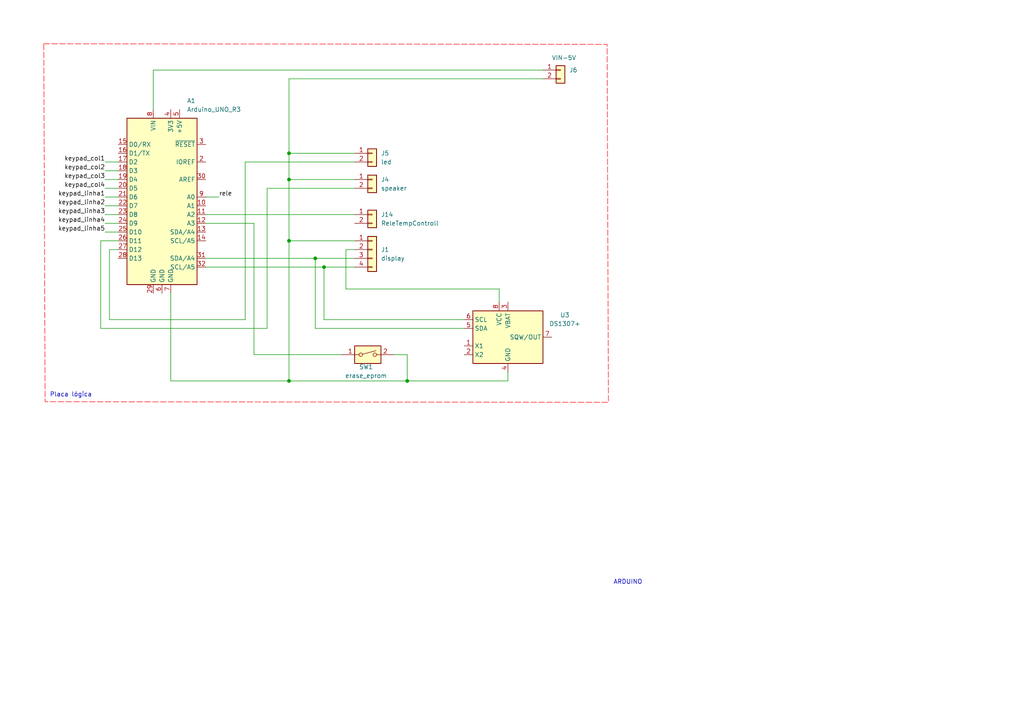
<source format=kicad_sch>
(kicad_sch (version 20250114) (generator "eeschema") (generator_version "9.0")
  (paper "A4")
  (lib_symbols
    (symbol "Connector_Generic:Conn_01x02" (pin_names (offset 1.016) (hide yes))
      (property "Reference" "J" (at 0 2.54 0))
      (property "Value" "Conn_01x02" (at 0 -5.08 0))
      (symbol "Conn_01x02_1_1"
        (rectangle (start -1.27 1.27) (end 1.27 -3.81) (stroke (width 0.254)) (fill (type background)))
        (rectangle (start -1.27 0.127) (end 0 -0.127) (stroke (width 0.1524)))
        (rectangle (start -1.27 -2.413) (end 0 -2.667) (stroke (width 0.1524)))
        (pin passive line (at -5.08 0 0) (length 3.81) (name "Pin_1") (number "1"))
        (pin passive line (at -5.08 -2.54 0) (length 3.81) (name "Pin_2") (number "2"))
      )
    )
    (symbol "Connector_Generic:Conn_01x04" (pin_names (offset 1.016) (hide yes))
      (property "Reference" "J" (at 0 5.08 0))
      (property "Value" "Conn_01x04" (at 0 -7.62 0))
      (symbol "Conn_01x04_1_1"
        (rectangle (start -1.27 3.81) (end 1.27 -6.35) (stroke (width 0.254)) (fill (type background)))
        (rectangle (start -1.27 2.667) (end 0 2.413) (stroke (width 0.1524)))
        (rectangle (start -1.27 0.127) (end 0 -0.127) (stroke (width 0.1524)))
        (rectangle (start -1.27 -2.413) (end 0 -2.667) (stroke (width 0.1524)))
        (rectangle (start -1.27 -4.953) (end 0 -5.207) (stroke (width 0.1524)))
        (pin passive line (at -5.08 2.54 0) (length 3.81) (name "Pin_1") (number "1"))
        (pin passive line (at -5.08 0 0) (length 3.81) (name "Pin_2") (number "2"))
        (pin passive line (at -5.08 -2.54 0) (length 3.81) (name "Pin_3") (number "3"))
        (pin passive line (at -5.08 -5.08 0) (length 3.81) (name "Pin_4") (number "4"))
      )
    )
    (symbol "MCU_Module:Arduino_UNO_R3"
      (property "Reference" "A" (at -10.16 23.495 0))
      (property "Value" "Arduino_UNO_R3" (at 5.08 -26.67 0))
      (symbol "Arduino_UNO_R3_0_1"
        (rectangle (start -10.16 22.86) (end 10.16 -25.4) (stroke (width 0.254)) (fill (type background)))
      )
      (symbol "Arduino_UNO_R3_1_1"
        (pin bidirectional line (at -12.7 15.24 0) (length 2.54) (name "D0/RX") (number "15"))
        (pin bidirectional line (at -12.7 12.7 0) (length 2.54) (name "D1/TX") (number "16"))
        (pin bidirectional line (at -12.7 10.16 0) (length 2.54) (name "D2") (number "17"))
        (pin bidirectional line (at -12.7 7.62 0) (length 2.54) (name "D3") (number "18"))
        (pin bidirectional line (at -12.7 5.08 0) (length 2.54) (name "D4") (number "19"))
        (pin bidirectional line (at -12.7 2.54 0) (length 2.54) (name "D5") (number "20"))
        (pin bidirectional line (at -12.7 0 0) (length 2.54) (name "D6") (number "21"))
        (pin bidirectional line (at -12.7 -2.54 0) (length 2.54) (name "D7") (number "22"))
        (pin bidirectional line (at -12.7 -5.08 0) (length 2.54) (name "D8") (number "23"))
        (pin bidirectional line (at -12.7 -7.62 0) (length 2.54) (name "D9") (number "24"))
        (pin bidirectional line (at -12.7 -10.16 0) (length 2.54) (name "D10") (number "25"))
        (pin bidirectional line (at -12.7 -12.7 0) (length 2.54) (name "D11") (number "26"))
        (pin bidirectional line (at -12.7 -15.24 0) (length 2.54) (name "D12") (number "27"))
        (pin bidirectional line (at -12.7 -17.78 0) (length 2.54) (name "D13") (number "28"))
        (pin no_connect line (at -10.16 -20.32 0) (length 2.54) (hide yes) (name "NC") (number "1"))
        (pin power_in line (at -2.54 25.4 270) (length 2.54) (name "VIN") (number "8"))
        (pin power_in line (at -2.54 -27.94 90) (length 2.54) (name "GND") (number "29"))
        (pin power_in line (at 0 -27.94 90) (length 2.54) (name "GND") (number "6"))
        (pin power_out line (at 2.54 25.4 270) (length 2.54) (name "3V3") (number "4"))
        (pin power_in line (at 2.54 -27.94 90) (length 2.54) (name "GND") (number "7"))
        (pin power_out line (at 5.08 25.4 270) (length 2.54) (name "+5V") (number "5"))
        (pin input line (at 12.7 15.24 180) (length 2.54) (name "~{RESET}") (number "3"))
        (pin output line (at 12.7 10.16 180) (length 2.54) (name "IOREF") (number "2"))
        (pin input line (at 12.7 5.08 180) (length 2.54) (name "AREF") (number "30"))
        (pin bidirectional line (at 12.7 0 180) (length 2.54) (name "A0") (number "9"))
        (pin bidirectional line (at 12.7 -2.54 180) (length 2.54) (name "A1") (number "10"))
        (pin bidirectional line (at 12.7 -5.08 180) (length 2.54) (name "A2") (number "11"))
        (pin bidirectional line (at 12.7 -7.62 180) (length 2.54) (name "A3") (number "12"))
        (pin bidirectional line (at 12.7 -10.16 180) (length 2.54) (name "SDA/A4") (number "13"))
        (pin bidirectional line (at 12.7 -12.7 180) (length 2.54) (name "SCL/A5") (number "14"))
        (pin bidirectional line (at 12.7 -17.78 180) (length 2.54) (name "SDA/A4") (number "31"))
        (pin bidirectional line (at 12.7 -20.32 180) (length 2.54) (name "SCL/A5") (number "32"))
      )
    )
    (symbol "Switch:SW_DIP_x01" (pin_names (offset 0) (hide yes))
      (property "Reference" "SW" (at 0 3.81 0))
      (property "Value" "SW_DIP_x01" (at 0 -3.81 0))
      (symbol "SW_DIP_x01_0_0"
        (circle (center -2.032 0) (radius 0.508))
        (polyline (pts (xy -1.524 0.127) (xy 2.3622 1.1684)))
        (circle (center 2.032 0) (radius 0.508))
      )
      (symbol "SW_DIP_x01_0_1"
        (rectangle (start -3.81 2.54) (end 3.81 -2.54) (stroke (width 0.254)) (fill (type background)))
      )
      (symbol "SW_DIP_x01_1_1"
        (pin passive line (at -7.62 0 0) (length 5.08) (name "~") (number "1"))
        (pin passive line (at 7.62 0 180) (length 5.08) (name "~") (number "2"))
      )
    )
    (symbol "Timer_RTC:DS1307+"
      (property "Reference" "U" (at -8.89 8.89 0))
      (property "Value" "DS1307+" (at 1.27 8.89 0))
      (symbol "DS1307+_0_1"
        (rectangle (start -10.16 7.62) (end 10.16 -7.62) (stroke (width 0.254)) (fill (type background)))
      )
      (symbol "DS1307+_1_1"
        (pin input line (at -12.7 5.08 0) (length 2.54) (name "SCL") (number "6"))
        (pin bidirectional line (at -12.7 2.54 0) (length 2.54) (name "SDA") (number "5"))
        (pin input line (at -12.7 -2.54 0) (length 2.54) (name "X1") (number "1"))
        (pin input line (at -12.7 -5.08 0) (length 2.54) (name "X2") (number "2"))
        (pin power_in line (at -2.54 10.16 270) (length 2.54) (name "VCC") (number "8"))
        (pin power_in line (at 0 10.16 270) (length 2.54) (name "VBAT") (number "3"))
        (pin power_in line (at 0 -10.16 90) (length 2.54) (name "GND") (number "4"))
        (pin open_collector line (at 12.7 0 180) (length 2.54) (name "SQW/OUT") (number "7"))
      )
    )
  )
  (text "Placa lógica\n" (at 20.574 114.554 0) (effects (font (size 1.27 1.27))))
  (text "ARDUINO" (at 182.118 168.91 0) (effects (font (size 1.27 1.27))))
  (junction (at 83.82 110.49))
  (junction (at 83.82 69.85))
  (junction (at 91.44 74.93))
  (junction (at 93.98 77.47))
  (junction (at 83.82 52.07))
  (junction (at 118.11 110.49))
  (junction (at 83.82 44.45))
  (wire (pts (xy 30.48 46.99) (xy 34.29 46.99)))
  (wire (pts (xy 71.12 46.99) (xy 102.87 46.99)))
  (wire (pts (xy 59.69 77.47) (xy 93.98 77.47)))
  (wire (pts (xy 44.45 20.32) (xy 157.48 20.32)))
  (wire (pts (xy 31.75 92.71) (xy 71.12 92.71)))
  (wire (pts (xy 44.45 31.75) (xy 44.45 20.32)))
  (wire (pts (xy 59.69 64.77) (xy 73.66 64.77)))
  (wire (pts (xy 100.33 72.39) (xy 102.87 72.39)))
  (wire (pts (xy 30.48 62.23) (xy 34.29 62.23)))
  (wire (pts (xy 83.82 44.45) (xy 102.87 44.45)))
  (wire (pts (xy 30.48 64.77) (xy 34.29 64.77)))
  (wire (pts (xy 83.82 22.86) (xy 157.48 22.86)))
  (wire (pts (xy 30.48 49.53) (xy 34.29 49.53)))
  (wire (pts (xy 31.75 72.39) (xy 31.75 92.71)))
  (wire (pts (xy 134.62 92.71) (xy 93.98 92.71)))
  (wire (pts (xy 100.33 83.82) (xy 144.78 83.82)))
  (wire (pts (xy 30.48 59.69) (xy 34.29 59.69)))
  (wire (pts (xy 83.82 44.45) (xy 83.82 22.86)))
  (wire (pts (xy 100.33 72.39) (xy 100.33 83.82)))
  (wire (pts (xy 71.12 92.71) (xy 71.12 46.99)))
  (wire (pts (xy 83.82 110.49) (xy 83.82 69.85)))
  (wire (pts (xy 91.44 74.93) (xy 59.69 74.93)))
  (wire (pts (xy 114.3 102.87) (xy 118.11 102.87)))
  (wire (pts (xy 29.21 95.25) (xy 29.21 69.85)))
  (wire (pts (xy 83.82 52.07) (xy 102.87 52.07)))
  (wire (pts (xy 34.29 72.39) (xy 31.75 72.39)))
  (wire (pts (xy 118.11 110.49) (xy 83.82 110.49)))
  (wire (pts (xy 77.47 54.61) (xy 77.47 95.25)))
  (wire (pts (xy 29.21 69.85) (xy 34.29 69.85)))
  (wire (pts (xy 93.98 77.47) (xy 102.87 77.47)))
  (wire (pts (xy 91.44 95.25) (xy 91.44 74.93)))
  (wire (pts (xy 49.53 85.09) (xy 49.53 110.49)))
  (wire (pts (xy 59.69 62.23) (xy 102.87 62.23)))
  (wire (pts (xy 144.78 83.82) (xy 144.78 87.63)))
  (wire (pts (xy 118.11 102.87) (xy 118.11 110.49)))
  (wire (pts (xy 118.11 110.49) (xy 147.32 110.49)))
  (wire (pts (xy 30.48 67.31) (xy 34.29 67.31)))
  (wire (pts (xy 49.53 110.49) (xy 83.82 110.49)))
  (wire (pts (xy 83.82 52.07) (xy 83.82 44.45)))
  (wire (pts (xy 147.32 107.95) (xy 147.32 110.49)))
  (wire (pts (xy 30.48 52.07) (xy 34.29 52.07)))
  (wire (pts (xy 134.62 95.25) (xy 91.44 95.25)))
  (wire (pts (xy 73.66 64.77) (xy 73.66 102.87)))
  (wire (pts (xy 77.47 95.25) (xy 29.21 95.25)))
  (wire (pts (xy 102.87 74.93) (xy 91.44 74.93)))
  (wire (pts (xy 83.82 69.85) (xy 102.87 69.85)))
  (wire (pts (xy 73.66 102.87) (xy 99.06 102.87)))
  (wire (pts (xy 93.98 92.71) (xy 93.98 77.47)))
  (wire (pts (xy 63.5 57.15) (xy 59.69 57.15)))
  (wire (pts (xy 102.87 54.61) (xy 77.47 54.61)))
  (wire (pts (xy 30.48 54.61) (xy 34.29 54.61)))
  (wire (pts (xy 30.48 57.15) (xy 34.29 57.15)))
  (wire (pts (xy 83.82 69.85) (xy 83.82 52.07)))
  (label "keypad_col3" (at 30.48 52.07 180))
  (label "keypad_linha3" (at 30.48 62.23 180))
  (label "keypad_linha5" (at 30.48 67.31 180))
  (label "keypad_col4" (at 30.48 54.61 180))
  (label "keypad_linha2" (at 30.48 59.69 180))
  (label "keypad_col1" (at 30.48 46.99 180))
  (label "rele" (at 63.5 57.15 0))
  (label "keypad_col2" (at 30.48 49.53 180))
  (label "keypad_linha1" (at 30.48 57.15 180))
  (label "keypad_linha4" (at 30.48 64.77 180))
  (rule_area (polyline (pts (xy 12.7 12.7) (xy 176.0855 12.8588) (xy 176.4665 116.6812) (xy 13.081 116.5224)) (stroke (width 0) (type dash))))
  (symbol (lib_id "Connector_Generic:Conn_01x02") (at 107.95 62.23 0) (unit 1)
    (property "Reference" "J14" (at 110.49 62.2299 0) (effects (justify left)))
    (property "Value" "ReleTempControll" (at 110.49 64.7699 0) (effects (justify left)))
    (property "Description" "Generic connector, single row, 01x02, script generated (kicad-library-utils/schlib/autogen/connector/)" (effects (hide yes)))
  )
  (symbol (lib_id "Connector_Generic:Conn_01x02") (at 107.95 52.07 0) (unit 1)
    (property "Reference" "J4" (at 110.49 52.0699 0) (effects (justify left)))
    (property "Value" "speaker" (at 110.49 54.6099 0) (effects (justify left)))
    (property "Description" "Generic connector, single row, 01x02, script generated (kicad-library-utils/schlib/autogen/connector/)" (effects (hide yes)))
  )
  (symbol (lib_id "Connector_Generic:Conn_01x02") (at 162.56 20.32 0) (unit 1)
    (property "Reference" "J6" (at 165.1 20.3199 0) (effects (justify left)))
    (property "Value" "VIN-5V" (at 160.02 16.764 0) (effects (justify left)))
    (property "Description" "Generic connector, single row, 01x02, script generated (kicad-library-utils/schlib/autogen/connector/)" (effects (hide yes)))
  )
  (symbol (lib_id "MCU_Module:Arduino_UNO_R3") (at 46.99 57.15 0) (unit 1)
    (property "Reference" "A1" (at 54.2133 29.21 0) (effects (justify left)))
    (property "Value" "Arduino_UNO_R3" (at 54.2133 31.75 0) (effects (justify left)))
    (property "Footprint" "Module:Arduino_UNO_R3" (effects (hide yes)))
    (property "Datasheet" "https://www.arduino.cc/en/Main/arduinoBoardUno" (effects (hide yes)))
    (property "Description" "Arduino UNO Microcontroller Module, release 3" (effects (hide yes)))
  )
  (symbol (lib_id "Connector_Generic:Conn_01x04") (at 107.95 72.39 0) (unit 1)
    (property "Reference" "J1" (at 110.49 72.3899 0) (effects (justify left)))
    (property "Value" "display" (at 110.49 74.9299 0) (effects (justify left)))
    (property "Description" "Generic connector, single row, 01x04, script generated (kicad-library-utils/schlib/autogen/connector/)" (effects (hide yes)))
  )
  (symbol (lib_id "Timer_RTC:DS1307+") (at 147.32 97.79 0) (unit 1)
    (property "Reference" "U3" (at 163.83 91.3698 0))
    (property "Value" "DS1307+" (at 163.83 93.9098 0))
    (property "Footprint" "Package_DIP:DIP-8_W7.62mm" (effects (hide yes)))
    (property "Datasheet" "https://datasheets.maximintegrated.com/en/ds/DS1307.pdf" (effects (hide yes)))
    (property "Description" "64 x 8, Serial, I2C Real-time clock, 4.5V to 5.5V VCC, 0°C to +70°C, DIP-8" (effects (hide yes)))
  )
  (symbol (lib_id "Connector_Generic:Conn_01x02") (at 107.95 44.45 0) (unit 1)
    (property "Reference" "J5" (at 110.49 44.4499 0) (effects (justify left)))
    (property "Value" "led" (at 110.49 46.9899 0) (effects (justify left)))
    (property "Description" "Generic connector, single row, 01x02, script generated (kicad-library-utils/schlib/autogen/connector/)" (effects (hide yes)))
  )
  (symbol (lib_id "Switch:SW_DIP_x01") (at 106.68 102.87 0) (unit 1)
    (property "Reference" "SW1" (at 106.172 106.426 0))
    (property "Value" "erase_eprom" (at 106.172 108.966 0))
    (property "Description" "1x DIP Switch, Single Pole Single Throw (SPST) switch, small symbol" (effects (hide yes)))
  )
)
</source>
